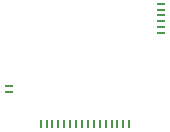
<source format=gbp>
G04 DipTrace 3.3.1.1*
G04 BottomPaste.gbp*
%MOMM*%
G04 #@! TF.FileFunction,Paste,Bot*
G04 #@! TF.Part,Single*
%ADD27R,0.17X0.8*%
%ADD29R,0.8X0.17*%
%FSLAX35Y35*%
G04*
G71*
G90*
G75*
G01*
G04 BotPaste*
%LPD*%
D29*
X2100000Y3935000D3*
Y3885000D3*
D27*
X2370003Y3615000D3*
X2420003D3*
X2470003D3*
X2520003D3*
X2570003D3*
X2620003D3*
X2670003D3*
X2720003D3*
X2770003D3*
X2820003D3*
X2870003D3*
X2920003D3*
X2970003D3*
X3020003D3*
X3070003D3*
X3120003D3*
D29*
X3390007Y4385000D3*
Y4435000D3*
Y4485000D3*
Y4535000D3*
Y4585000D3*
Y4635000D3*
M02*

</source>
